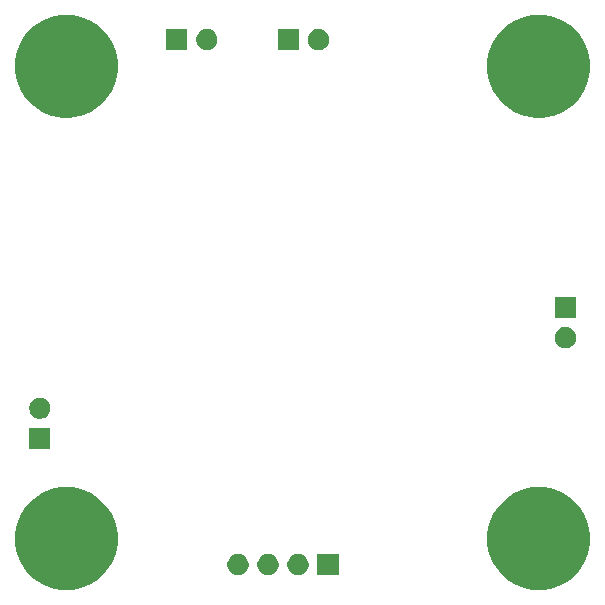
<source format=gbr>
G04 #@! TF.GenerationSoftware,KiCad,Pcbnew,(5.1.5)-3*
G04 #@! TF.CreationDate,2020-03-24T14:58:58+01:00*
G04 #@! TF.ProjectId,STM32F4_Breakout,53544d33-3246-4345-9f42-7265616b6f75,rev?*
G04 #@! TF.SameCoordinates,Original*
G04 #@! TF.FileFunction,Soldermask,Bot*
G04 #@! TF.FilePolarity,Negative*
%FSLAX46Y46*%
G04 Gerber Fmt 4.6, Leading zero omitted, Abs format (unit mm)*
G04 Created by KiCad (PCBNEW (5.1.5)-3) date 2020-03-24 14:58:58*
%MOMM*%
%LPD*%
G04 APERTURE LIST*
%ADD10C,0.100000*%
G04 APERTURE END LIST*
D10*
G36*
X25548156Y-60672794D02*
G01*
X26269140Y-60816206D01*
X27060972Y-61144193D01*
X27773601Y-61620357D01*
X28379643Y-62226399D01*
X28855807Y-62939028D01*
X29183794Y-63730860D01*
X29351000Y-64571464D01*
X29351000Y-65428536D01*
X29183794Y-66269140D01*
X28855807Y-67060972D01*
X28379643Y-67773601D01*
X27773601Y-68379643D01*
X27060972Y-68855807D01*
X26269140Y-69183794D01*
X25548156Y-69327206D01*
X25428537Y-69351000D01*
X24571463Y-69351000D01*
X24451844Y-69327206D01*
X23730860Y-69183794D01*
X22939028Y-68855807D01*
X22226399Y-68379643D01*
X21620357Y-67773601D01*
X21144193Y-67060972D01*
X20816206Y-66269140D01*
X20649000Y-65428536D01*
X20649000Y-64571464D01*
X20816206Y-63730860D01*
X21144193Y-62939028D01*
X21620357Y-62226399D01*
X22226399Y-61620357D01*
X22939028Y-61144193D01*
X23730860Y-60816206D01*
X24451844Y-60672794D01*
X24571463Y-60649000D01*
X25428537Y-60649000D01*
X25548156Y-60672794D01*
G37*
G36*
X65548156Y-60672794D02*
G01*
X66269140Y-60816206D01*
X67060972Y-61144193D01*
X67773601Y-61620357D01*
X68379643Y-62226399D01*
X68855807Y-62939028D01*
X69183794Y-63730860D01*
X69351000Y-64571464D01*
X69351000Y-65428536D01*
X69183794Y-66269140D01*
X68855807Y-67060972D01*
X68379643Y-67773601D01*
X67773601Y-68379643D01*
X67060972Y-68855807D01*
X66269140Y-69183794D01*
X65548156Y-69327206D01*
X65428537Y-69351000D01*
X64571463Y-69351000D01*
X64451844Y-69327206D01*
X63730860Y-69183794D01*
X62939028Y-68855807D01*
X62226399Y-68379643D01*
X61620357Y-67773601D01*
X61144193Y-67060972D01*
X60816206Y-66269140D01*
X60649000Y-65428536D01*
X60649000Y-64571464D01*
X60816206Y-63730860D01*
X61144193Y-62939028D01*
X61620357Y-62226399D01*
X62226399Y-61620357D01*
X62939028Y-61144193D01*
X63730860Y-60816206D01*
X64451844Y-60672794D01*
X64571463Y-60649000D01*
X65428537Y-60649000D01*
X65548156Y-60672794D01*
G37*
G36*
X39643512Y-66303927D02*
G01*
X39792812Y-66333624D01*
X39956784Y-66401544D01*
X40104354Y-66500147D01*
X40229853Y-66625646D01*
X40328456Y-66773216D01*
X40396376Y-66937188D01*
X40431000Y-67111259D01*
X40431000Y-67288741D01*
X40396376Y-67462812D01*
X40328456Y-67626784D01*
X40229853Y-67774354D01*
X40104354Y-67899853D01*
X39956784Y-67998456D01*
X39792812Y-68066376D01*
X39643512Y-68096073D01*
X39618742Y-68101000D01*
X39441258Y-68101000D01*
X39416488Y-68096073D01*
X39267188Y-68066376D01*
X39103216Y-67998456D01*
X38955646Y-67899853D01*
X38830147Y-67774354D01*
X38731544Y-67626784D01*
X38663624Y-67462812D01*
X38629000Y-67288741D01*
X38629000Y-67111259D01*
X38663624Y-66937188D01*
X38731544Y-66773216D01*
X38830147Y-66625646D01*
X38955646Y-66500147D01*
X39103216Y-66401544D01*
X39267188Y-66333624D01*
X39416488Y-66303927D01*
X39441258Y-66299000D01*
X39618742Y-66299000D01*
X39643512Y-66303927D01*
G37*
G36*
X42183512Y-66303927D02*
G01*
X42332812Y-66333624D01*
X42496784Y-66401544D01*
X42644354Y-66500147D01*
X42769853Y-66625646D01*
X42868456Y-66773216D01*
X42936376Y-66937188D01*
X42971000Y-67111259D01*
X42971000Y-67288741D01*
X42936376Y-67462812D01*
X42868456Y-67626784D01*
X42769853Y-67774354D01*
X42644354Y-67899853D01*
X42496784Y-67998456D01*
X42332812Y-68066376D01*
X42183512Y-68096073D01*
X42158742Y-68101000D01*
X41981258Y-68101000D01*
X41956488Y-68096073D01*
X41807188Y-68066376D01*
X41643216Y-67998456D01*
X41495646Y-67899853D01*
X41370147Y-67774354D01*
X41271544Y-67626784D01*
X41203624Y-67462812D01*
X41169000Y-67288741D01*
X41169000Y-67111259D01*
X41203624Y-66937188D01*
X41271544Y-66773216D01*
X41370147Y-66625646D01*
X41495646Y-66500147D01*
X41643216Y-66401544D01*
X41807188Y-66333624D01*
X41956488Y-66303927D01*
X41981258Y-66299000D01*
X42158742Y-66299000D01*
X42183512Y-66303927D01*
G37*
G36*
X44723512Y-66303927D02*
G01*
X44872812Y-66333624D01*
X45036784Y-66401544D01*
X45184354Y-66500147D01*
X45309853Y-66625646D01*
X45408456Y-66773216D01*
X45476376Y-66937188D01*
X45511000Y-67111259D01*
X45511000Y-67288741D01*
X45476376Y-67462812D01*
X45408456Y-67626784D01*
X45309853Y-67774354D01*
X45184354Y-67899853D01*
X45036784Y-67998456D01*
X44872812Y-68066376D01*
X44723512Y-68096073D01*
X44698742Y-68101000D01*
X44521258Y-68101000D01*
X44496488Y-68096073D01*
X44347188Y-68066376D01*
X44183216Y-67998456D01*
X44035646Y-67899853D01*
X43910147Y-67774354D01*
X43811544Y-67626784D01*
X43743624Y-67462812D01*
X43709000Y-67288741D01*
X43709000Y-67111259D01*
X43743624Y-66937188D01*
X43811544Y-66773216D01*
X43910147Y-66625646D01*
X44035646Y-66500147D01*
X44183216Y-66401544D01*
X44347188Y-66333624D01*
X44496488Y-66303927D01*
X44521258Y-66299000D01*
X44698742Y-66299000D01*
X44723512Y-66303927D01*
G37*
G36*
X48051000Y-68101000D02*
G01*
X46249000Y-68101000D01*
X46249000Y-66299000D01*
X48051000Y-66299000D01*
X48051000Y-68101000D01*
G37*
G36*
X23651000Y-57401000D02*
G01*
X21849000Y-57401000D01*
X21849000Y-55599000D01*
X23651000Y-55599000D01*
X23651000Y-57401000D01*
G37*
G36*
X22863512Y-53063927D02*
G01*
X23012812Y-53093624D01*
X23176784Y-53161544D01*
X23324354Y-53260147D01*
X23449853Y-53385646D01*
X23548456Y-53533216D01*
X23616376Y-53697188D01*
X23651000Y-53871259D01*
X23651000Y-54048741D01*
X23616376Y-54222812D01*
X23548456Y-54386784D01*
X23449853Y-54534354D01*
X23324354Y-54659853D01*
X23176784Y-54758456D01*
X23012812Y-54826376D01*
X22863512Y-54856073D01*
X22838742Y-54861000D01*
X22661258Y-54861000D01*
X22636488Y-54856073D01*
X22487188Y-54826376D01*
X22323216Y-54758456D01*
X22175646Y-54659853D01*
X22050147Y-54534354D01*
X21951544Y-54386784D01*
X21883624Y-54222812D01*
X21849000Y-54048741D01*
X21849000Y-53871259D01*
X21883624Y-53697188D01*
X21951544Y-53533216D01*
X22050147Y-53385646D01*
X22175646Y-53260147D01*
X22323216Y-53161544D01*
X22487188Y-53093624D01*
X22636488Y-53063927D01*
X22661258Y-53059000D01*
X22838742Y-53059000D01*
X22863512Y-53063927D01*
G37*
G36*
X67363512Y-47093927D02*
G01*
X67512812Y-47123624D01*
X67676784Y-47191544D01*
X67824354Y-47290147D01*
X67949853Y-47415646D01*
X68048456Y-47563216D01*
X68116376Y-47727188D01*
X68151000Y-47901259D01*
X68151000Y-48078741D01*
X68116376Y-48252812D01*
X68048456Y-48416784D01*
X67949853Y-48564354D01*
X67824354Y-48689853D01*
X67676784Y-48788456D01*
X67512812Y-48856376D01*
X67363512Y-48886073D01*
X67338742Y-48891000D01*
X67161258Y-48891000D01*
X67136488Y-48886073D01*
X66987188Y-48856376D01*
X66823216Y-48788456D01*
X66675646Y-48689853D01*
X66550147Y-48564354D01*
X66451544Y-48416784D01*
X66383624Y-48252812D01*
X66349000Y-48078741D01*
X66349000Y-47901259D01*
X66383624Y-47727188D01*
X66451544Y-47563216D01*
X66550147Y-47415646D01*
X66675646Y-47290147D01*
X66823216Y-47191544D01*
X66987188Y-47123624D01*
X67136488Y-47093927D01*
X67161258Y-47089000D01*
X67338742Y-47089000D01*
X67363512Y-47093927D01*
G37*
G36*
X68151000Y-46351000D02*
G01*
X66349000Y-46351000D01*
X66349000Y-44549000D01*
X68151000Y-44549000D01*
X68151000Y-46351000D01*
G37*
G36*
X25548156Y-20672794D02*
G01*
X26269140Y-20816206D01*
X27060972Y-21144193D01*
X27773601Y-21620357D01*
X28379643Y-22226399D01*
X28855807Y-22939028D01*
X29183794Y-23730860D01*
X29351000Y-24571464D01*
X29351000Y-25428536D01*
X29183794Y-26269140D01*
X28855807Y-27060972D01*
X28379643Y-27773601D01*
X27773601Y-28379643D01*
X27060972Y-28855807D01*
X26269140Y-29183794D01*
X25548156Y-29327206D01*
X25428537Y-29351000D01*
X24571463Y-29351000D01*
X24451844Y-29327206D01*
X23730860Y-29183794D01*
X22939028Y-28855807D01*
X22226399Y-28379643D01*
X21620357Y-27773601D01*
X21144193Y-27060972D01*
X20816206Y-26269140D01*
X20649000Y-25428536D01*
X20649000Y-24571464D01*
X20816206Y-23730860D01*
X21144193Y-22939028D01*
X21620357Y-22226399D01*
X22226399Y-21620357D01*
X22939028Y-21144193D01*
X23730860Y-20816206D01*
X24451844Y-20672794D01*
X24571463Y-20649000D01*
X25428537Y-20649000D01*
X25548156Y-20672794D01*
G37*
G36*
X65548156Y-20672794D02*
G01*
X66269140Y-20816206D01*
X67060972Y-21144193D01*
X67773601Y-21620357D01*
X68379643Y-22226399D01*
X68855807Y-22939028D01*
X69183794Y-23730860D01*
X69351000Y-24571464D01*
X69351000Y-25428536D01*
X69183794Y-26269140D01*
X68855807Y-27060972D01*
X68379643Y-27773601D01*
X67773601Y-28379643D01*
X67060972Y-28855807D01*
X66269140Y-29183794D01*
X65548156Y-29327206D01*
X65428537Y-29351000D01*
X64571463Y-29351000D01*
X64451844Y-29327206D01*
X63730860Y-29183794D01*
X62939028Y-28855807D01*
X62226399Y-28379643D01*
X61620357Y-27773601D01*
X61144193Y-27060972D01*
X60816206Y-26269140D01*
X60649000Y-25428536D01*
X60649000Y-24571464D01*
X60816206Y-23730860D01*
X61144193Y-22939028D01*
X61620357Y-22226399D01*
X62226399Y-21620357D01*
X62939028Y-21144193D01*
X63730860Y-20816206D01*
X64451844Y-20672794D01*
X64571463Y-20649000D01*
X65428537Y-20649000D01*
X65548156Y-20672794D01*
G37*
G36*
X35251000Y-23651000D02*
G01*
X33449000Y-23651000D01*
X33449000Y-21849000D01*
X35251000Y-21849000D01*
X35251000Y-23651000D01*
G37*
G36*
X46453512Y-21853927D02*
G01*
X46602812Y-21883624D01*
X46766784Y-21951544D01*
X46914354Y-22050147D01*
X47039853Y-22175646D01*
X47138456Y-22323216D01*
X47206376Y-22487188D01*
X47241000Y-22661259D01*
X47241000Y-22838741D01*
X47206376Y-23012812D01*
X47138456Y-23176784D01*
X47039853Y-23324354D01*
X46914354Y-23449853D01*
X46766784Y-23548456D01*
X46602812Y-23616376D01*
X46453512Y-23646073D01*
X46428742Y-23651000D01*
X46251258Y-23651000D01*
X46226488Y-23646073D01*
X46077188Y-23616376D01*
X45913216Y-23548456D01*
X45765646Y-23449853D01*
X45640147Y-23324354D01*
X45541544Y-23176784D01*
X45473624Y-23012812D01*
X45439000Y-22838741D01*
X45439000Y-22661259D01*
X45473624Y-22487188D01*
X45541544Y-22323216D01*
X45640147Y-22175646D01*
X45765646Y-22050147D01*
X45913216Y-21951544D01*
X46077188Y-21883624D01*
X46226488Y-21853927D01*
X46251258Y-21849000D01*
X46428742Y-21849000D01*
X46453512Y-21853927D01*
G37*
G36*
X44701000Y-23651000D02*
G01*
X42899000Y-23651000D01*
X42899000Y-21849000D01*
X44701000Y-21849000D01*
X44701000Y-23651000D01*
G37*
G36*
X37003512Y-21853927D02*
G01*
X37152812Y-21883624D01*
X37316784Y-21951544D01*
X37464354Y-22050147D01*
X37589853Y-22175646D01*
X37688456Y-22323216D01*
X37756376Y-22487188D01*
X37791000Y-22661259D01*
X37791000Y-22838741D01*
X37756376Y-23012812D01*
X37688456Y-23176784D01*
X37589853Y-23324354D01*
X37464354Y-23449853D01*
X37316784Y-23548456D01*
X37152812Y-23616376D01*
X37003512Y-23646073D01*
X36978742Y-23651000D01*
X36801258Y-23651000D01*
X36776488Y-23646073D01*
X36627188Y-23616376D01*
X36463216Y-23548456D01*
X36315646Y-23449853D01*
X36190147Y-23324354D01*
X36091544Y-23176784D01*
X36023624Y-23012812D01*
X35989000Y-22838741D01*
X35989000Y-22661259D01*
X36023624Y-22487188D01*
X36091544Y-22323216D01*
X36190147Y-22175646D01*
X36315646Y-22050147D01*
X36463216Y-21951544D01*
X36627188Y-21883624D01*
X36776488Y-21853927D01*
X36801258Y-21849000D01*
X36978742Y-21849000D01*
X37003512Y-21853927D01*
G37*
M02*

</source>
